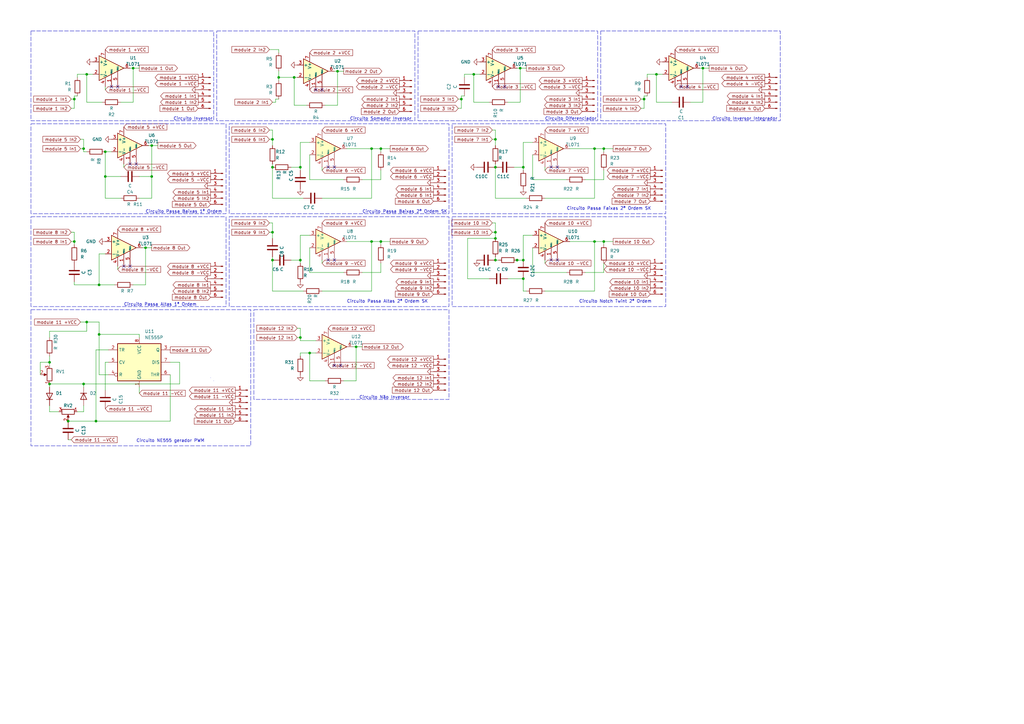
<source format=kicad_sch>
(kicad_sch (version 20230121) (generator eeschema)
  (paper "A3")
  (lib_symbols
    (symbol "Amplifier_Operational:TL071" (pin_names (offset 0.127))
      (property "Reference" "U" (at 0 6.35 0))
      (property "Value" "TL071" (at 0 3.81 0))
      (symbol "TL071_1_1"
        (pin input line (at 0 -7.62 90) (length 5.08) (name "NULL") (number "1"))
        (pin input line (at -7.62 -2.54 0) (length 2.54) (name "-") (number "2"))
        (pin input line (at -7.62 2.54 0) (length 2.54) (name "+") (number "3"))
        (pin power_in line (at -2.54 -7.62 90) (length 3.81) (name "V-") (number "4"))
        (pin input line (at 2.54 -7.62 90) (length 6.35) (name "NULL") (number "5"))
        (pin output line (at 7.62 0 180) (length 2.54) (name "~") (number "6"))
        (pin power_in line (at -2.54 7.62 270) (length 3.81) (name "V+") (number "7"))
        (pin no_connect line (at 0 2.54 270) (length 2.54) hide (name "NC") (number "8"))
      )
    )
    (symbol "Connector:Conn_01x06_Pin" (pin_names (offset 1.016) hide)
      (property "Reference" "J" (at 0 7.62 0))
      (property "Value" "Conn_01x06_Pin" (at 0 -10.16 0))
      (symbol "Conn_01x06_Pin_1_1"
        (pin passive line (at 5.08 5.08 180) (length 3.81) (name "Pin_1") (number "1"))
        (pin passive line (at 5.08 2.54 180) (length 3.81) (name "Pin_2") (number "2"))
        (pin passive line (at 5.08 0 180) (length 3.81) (name "Pin_3") (number "3"))
        (pin passive line (at 5.08 -2.54 180) (length 3.81) (name "Pin_4") (number "4"))
        (pin passive line (at 5.08 -5.08 180) (length 3.81) (name "Pin_5") (number "5"))
        (pin passive line (at 5.08 -7.62 180) (length 3.81) (name "Pin_6") (number "6"))
      )
    )
    (symbol "Device:C" (pin_numbers hide) (pin_names (offset 0.254))
      (property "Reference" "C" (at 0.635 2.54 0))
      (property "Value" "C" (at 0.635 -2.54 0))
      (symbol "C_1_1"
        (pin passive line (at 0 3.81 270) (length 2.794) (name "~") (number "1"))
        (pin passive line (at 0 -3.81 90) (length 2.794) (name "~") (number "2"))
      )
    )
    (symbol "Device:R" (pin_numbers hide) (pin_names (offset 0))
      (property "Reference" "R" (at 2.032 0 90))
      (property "Value" "R" (at 0 0 90))
      (symbol "R_1_1"
        (pin passive line (at 0 3.81 270) (length 1.27) (name "~") (number "1"))
        (pin passive line (at 0 -3.81 90) (length 1.27) (name "~") (number "2"))
      )
    )
    (symbol "Device:R_Potentiometer" (pin_names (offset 1.016) hide)
      (property "Reference" "RV" (at -4.445 0 90))
      (property "Value" "R_Potentiometer" (at -2.54 0 90))
      (symbol "R_Potentiometer_1_1"
        (pin passive line (at 0 3.81 270) (length 1.27) (name "1") (number "1"))
        (pin passive line (at 3.81 0 180) (length 1.27) (name "2") (number "2"))
        (pin passive line (at 0 -3.81 90) (length 1.27) (name "3") (number "3"))
      )
    )
    (symbol "Diode:1N4007" (pin_numbers hide) (pin_names hide)
      (property "Reference" "D" (at 0 2.54 0))
      (property "Value" "1N4007" (at 0 -2.54 0))
      (symbol "1N4007_1_1"
        (pin passive line (at -3.81 0 0) (length 2.54) (name "K") (number "1"))
        (pin passive line (at 3.81 0 180) (length 2.54) (name "A") (number "2"))
      )
    )
    (symbol "Timer:NE555P"
      (property "Reference" "U" (at -10.16 8.89 0))
      (property "Value" "NE555P" (at 2.54 8.89 0))
      (symbol "NE555P_0_0"
        (pin power_in line (at 0 -10.16 90) (length 2.54) (name "GND") (number "1"))
        (pin power_in line (at 0 10.16 270) (length 2.54) (name "VCC") (number "8"))
      )
      (symbol "NE555P_1_1"
        (pin input line (at -12.7 5.08 0) (length 3.81) (name "TR") (number "2"))
        (pin output line (at 12.7 5.08 180) (length 3.81) (name "Q") (number "3"))
        (pin input inverted (at -12.7 -5.08 0) (length 3.81) (name "R") (number "4"))
        (pin input line (at -12.7 0 0) (length 3.81) (name "CV") (number "5"))
        (pin input line (at 12.7 -5.08 180) (length 3.81) (name "THR") (number "6"))
        (pin input line (at 12.7 0 180) (length 3.81) (name "DIS") (number "7"))
      )
    )
    (symbol "power:GND" (power) (pin_names (offset 0))
      (property "Value" "GND" (at 0 -3.81 0))
      (symbol "GND_1_1"
        (pin power_in line (at 0 0 270) (length 0) hide (name "GND") (number "1"))
      )
    )
  )
  (junction (at 111.76 57.15))
  (junction (at 214.63 114.3))
  (junction (at 40.64 137.16))
  (junction (at 243.84 99.06))
  (junction (at 152.4 60.96))
  (junction (at 111.76 68.58))
  (junction (at 288.29 27.94))
  (junction (at 62.23 72.39))
  (junction (at 43.18 62.23))
  (junction (at 203.2 97.79))
  (junction (at 127 144.78))
  (junction (at 203.2 68.58))
  (junction (at 152.4 99.06))
  (junction (at 34.29 60.96))
  (junction (at 120.65 31.75))
  (junction (at 269.24 30.48))
  (junction (at 30.48 40.64))
  (junction (at 114.3 31.75))
  (junction (at 203.2 106.68))
  (junction (at 54.61 27.94))
  (junction (at 35.56 132.08))
  (junction (at 123.19 106.68))
  (junction (at 62.23 59.69))
  (junction (at 203.2 95.25))
  (junction (at 20.32 157.48))
  (junction (at 111.76 95.25))
  (junction (at 214.63 68.58))
  (junction (at 247.65 60.96))
  (junction (at 156.21 60.96))
  (junction (at 35.56 30.48))
  (junction (at 214.63 106.68))
  (junction (at 59.69 101.6))
  (junction (at 212.09 106.68))
  (junction (at 138.43 29.21))
  (junction (at 146.05 142.24))
  (junction (at 194.31 30.48))
  (junction (at 27.94 172.72))
  (junction (at 111.76 106.68))
  (junction (at 123.19 138.43))
  (junction (at 39.37 172.72))
  (junction (at 243.84 60.96))
  (junction (at 40.64 116.84))
  (junction (at 43.18 72.39))
  (junction (at 189.23 40.64))
  (junction (at 213.36 27.94))
  (junction (at 30.48 99.06))
  (junction (at 20.32 148.59))
  (junction (at 123.19 68.58))
  (junction (at 34.29 157.48))
  (junction (at 156.21 99.06))
  (junction (at 203.2 57.15))
  (junction (at 247.65 99.06))
  (junction (at 264.16 40.64))
  (no_connect (at 55.88 67.31))
  (no_connect (at 228.6 68.58))
  (no_connect (at 132.08 36.83))
  (no_connect (at 137.16 106.68))
  (no_connect (at 226.06 68.58))
  (no_connect (at 281.94 35.56))
  (no_connect (at 129.54 36.83))
  (no_connect (at 228.6 106.68))
  (no_connect (at 134.62 68.58))
  (no_connect (at 226.06 106.68))
  (no_connect (at 204.47 35.56))
  (no_connect (at 137.16 149.86))
  (no_connect (at 48.26 35.56))
  (no_connect (at 53.34 109.22))
  (no_connect (at 207.01 35.56))
  (no_connect (at 45.72 35.56))
  (no_connect (at 137.16 68.58))
  (no_connect (at 50.8 109.22))
  (no_connect (at 139.7 149.86))
  (no_connect (at 279.4 35.56))
  (no_connect (at 134.62 106.68))
  (no_connect (at 53.34 67.31))
  (wire (pts (xy 20.32 148.59) (xy 20.32 149.86)))
  (wire (pts (xy 288.29 27.94) (xy 290.83 27.94)))
  (wire (pts (xy 213.36 27.94) (xy 212.09 27.94)))
  (wire (pts (xy 152.4 99.06) (xy 156.21 99.06)))
  (wire (pts (xy 73.66 148.59) (xy 73.66 157.48)))
  (wire (pts (xy 33.02 57.15) (xy 34.29 57.15)))
  (wire (pts (xy 203.2 91.44) (xy 203.2 95.25)))
  (wire (pts (xy 40.64 132.08) (xy 40.64 137.16)))
  (wire (pts (xy 247.65 111.76) (xy 247.65 107.95)))
  (wire (pts (xy 111.76 53.34) (xy 111.76 57.15)))
  (wire (pts (xy 203.2 81.28) (xy 215.9 81.28)))
  (wire (pts (xy 43.18 62.23) (xy 43.18 72.39)))
  (wire (pts (xy 114.3 21.59) (xy 114.3 20.32)))
  (wire (pts (xy 232.41 73.66) (xy 218.44 73.66)))
  (wire (pts (xy 132.08 81.28) (xy 152.4 81.28)))
  (wire (pts (xy 189.23 39.37) (xy 189.23 40.64)))
  (wire (pts (xy 54.61 27.94) (xy 53.34 27.94)))
  (wire (pts (xy 203.2 68.58) (xy 203.2 81.28)))
  (wire (pts (xy 38.1 30.48) (xy 35.56 30.48)))
  (wire (pts (xy 265.43 31.75) (xy 265.43 30.48)))
  (wire (pts (xy 127 144.78) (xy 127 156.21)))
  (wire (pts (xy 140.97 73.66) (xy 127 73.66)))
  (wire (pts (xy 123.19 134.62) (xy 123.19 138.43)))
  (wire (pts (xy 123.19 139.7) (xy 129.54 139.7)))
  (wire (pts (xy 262.89 40.64) (xy 264.16 40.64)))
  (wire (pts (xy 212.09 106.68) (xy 214.63 106.68)))
  (wire (pts (xy 20.32 146.05) (xy 20.32 148.59)))
  (wire (pts (xy 203.2 53.34) (xy 203.2 57.15)))
  (wire (pts (xy 214.63 114.3) (xy 214.63 119.38)))
  (wire (pts (xy 142.24 99.06) (xy 152.4 99.06)))
  (wire (pts (xy 214.63 96.52) (xy 218.44 96.52)))
  (wire (pts (xy 223.52 107.95) (xy 223.52 106.68)))
  (wire (pts (xy 54.61 27.94) (xy 57.15 27.94)))
  (wire (pts (xy 223.52 69.85) (xy 223.52 68.58)))
  (wire (pts (xy 264.16 39.37) (xy 264.16 40.64)))
  (wire (pts (xy 223.52 119.38) (xy 243.84 119.38)))
  (wire (pts (xy 240.03 73.66) (xy 247.65 73.66)))
  (wire (pts (xy 30.48 44.45) (xy 30.48 40.64)))
  (wire (pts (xy 45.72 62.23) (xy 43.18 62.23)))
  (wire (pts (xy 148.59 111.76) (xy 156.21 111.76)))
  (wire (pts (xy 114.3 31.75) (xy 120.65 31.75)))
  (wire (pts (xy 59.69 101.6) (xy 62.23 101.6)))
  (wire (pts (xy 30.48 116.84) (xy 40.64 116.84)))
  (wire (pts (xy 111.76 68.58) (xy 111.76 81.28)))
  (wire (pts (xy 35.56 30.48) (xy 35.56 41.91)))
  (wire (pts (xy 57.15 81.28) (xy 62.23 81.28)))
  (wire (pts (xy 214.63 96.52) (xy 214.63 106.68)))
  (wire (pts (xy 35.56 41.91) (xy 41.91 41.91)))
  (wire (pts (xy 29.21 180.34) (xy 27.94 180.34)))
  (wire (pts (xy 62.23 72.39) (xy 62.23 81.28)))
  (wire (pts (xy 31.75 168.91) (xy 34.29 168.91)))
  (wire (pts (xy 142.24 60.96) (xy 152.4 60.96)))
  (wire (pts (xy 247.65 99.06) (xy 247.65 100.33)))
  (wire (pts (xy 30.48 99.06) (xy 30.48 100.33)))
  (wire (pts (xy 218.44 73.66) (xy 218.44 63.5)))
  (wire (pts (xy 43.18 81.28) (xy 49.53 81.28)))
  (wire (pts (xy 288.29 27.94) (xy 287.02 27.94)))
  (wire (pts (xy 190.5 30.48) (xy 194.31 30.48)))
  (wire (pts (xy 123.19 106.68) (xy 123.19 107.95)))
  (wire (pts (xy 30.48 39.37) (xy 31.75 39.37)))
  (wire (pts (xy 123.19 146.05) (xy 123.19 144.78)))
  (wire (pts (xy 43.18 72.39) (xy 43.18 81.28)))
  (wire (pts (xy 138.43 29.21) (xy 140.97 29.21)))
  (wire (pts (xy 111.76 105.41) (xy 111.76 106.68)))
  (wire (pts (xy 62.23 72.39) (xy 62.23 59.69)))
  (wire (pts (xy 233.68 60.96) (xy 243.84 60.96)))
  (wire (pts (xy 146.05 142.24) (xy 148.59 142.24)))
  (wire (pts (xy 48.26 110.49) (xy 48.26 109.22)))
  (wire (pts (xy 201.93 95.25) (xy 203.2 95.25)))
  (wire (pts (xy 111.76 95.25) (xy 111.76 97.79)))
  (wire (pts (xy 194.31 41.91) (xy 200.66 41.91)))
  (wire (pts (xy 121.92 138.43) (xy 123.19 138.43)))
  (wire (pts (xy 35.56 135.89) (xy 20.32 135.89)))
  (wire (pts (xy 194.31 30.48) (xy 194.31 41.91)))
  (wire (pts (xy 57.15 161.29) (xy 57.15 158.75)))
  (wire (pts (xy 59.69 101.6) (xy 58.42 101.6)))
  (wire (pts (xy 156.21 99.06) (xy 160.02 99.06)))
  (wire (pts (xy 201.93 91.44) (xy 203.2 91.44)))
  (wire (pts (xy 110.49 20.32) (xy 114.3 20.32)))
  (wire (pts (xy 215.9 119.38) (xy 214.63 119.38)))
  (wire (pts (xy 27.94 172.72) (xy 39.37 172.72)))
  (wire (pts (xy 111.76 41.91) (xy 113.03 41.91)))
  (wire (pts (xy 191.77 97.79) (xy 203.2 97.79)))
  (wire (pts (xy 40.64 137.16) (xy 40.64 153.67)))
  (wire (pts (xy 127 73.66) (xy 127 63.5)))
  (wire (pts (xy 213.36 27.94) (xy 215.9 27.94)))
  (wire (pts (xy 138.43 43.18) (xy 138.43 29.21)))
  (wire (pts (xy 283.21 41.91) (xy 288.29 41.91)))
  (wire (pts (xy 208.28 114.3) (xy 214.63 114.3)))
  (wire (pts (xy 34.29 62.23) (xy 34.29 60.96)))
  (wire (pts (xy 31.75 30.48) (xy 35.56 30.48)))
  (wire (pts (xy 16.51 153.67) (xy 16.51 148.59)))
  (wire (pts (xy 152.4 60.96) (xy 152.4 81.28)))
  (wire (pts (xy 69.85 153.67) (xy 69.85 172.72)))
  (wire (pts (xy 29.21 99.06) (xy 30.48 99.06)))
  (wire (pts (xy 146.05 142.24) (xy 144.78 142.24)))
  (wire (pts (xy 123.19 58.42) (xy 127 58.42)))
  (wire (pts (xy 110.49 53.34) (xy 111.76 53.34)))
  (wire (pts (xy 232.41 111.76) (xy 218.44 111.76)))
  (wire (pts (xy 240.03 111.76) (xy 247.65 111.76)))
  (wire (pts (xy 190.5 31.75) (xy 190.5 30.48)))
  (wire (pts (xy 156.21 60.96) (xy 160.02 60.96)))
  (wire (pts (xy 127 111.76) (xy 127 101.6)))
  (wire (pts (xy 43.18 104.14) (xy 40.64 104.14)))
  (wire (pts (xy 30.48 39.37) (xy 30.48 40.64)))
  (wire (pts (xy 31.75 31.75) (xy 31.75 30.48)))
  (wire (pts (xy 123.19 68.58) (xy 123.19 58.42)))
  (wire (pts (xy 59.69 101.6) (xy 59.69 116.84)))
  (wire (pts (xy 24.13 168.91) (xy 20.32 168.91)))
  (wire (pts (xy 247.65 73.66) (xy 247.65 69.85)))
  (wire (pts (xy 114.3 33.02) (xy 114.3 31.75)))
  (wire (pts (xy 33.02 60.96) (xy 34.29 60.96)))
  (wire (pts (xy 140.97 111.76) (xy 127 111.76)))
  (wire (pts (xy 110.49 91.44) (xy 111.76 91.44)))
  (wire (pts (xy 44.45 148.59) (xy 43.18 148.59)))
  (wire (pts (xy 20.32 157.48) (xy 20.32 158.75)))
  (wire (pts (xy 113.03 40.64) (xy 113.03 41.91)))
  (wire (pts (xy 35.56 132.08) (xy 40.64 132.08)))
  (wire (pts (xy 196.85 30.48) (xy 194.31 30.48)))
  (wire (pts (xy 120.65 31.75) (xy 120.65 43.18)))
  (wire (pts (xy 16.51 148.59) (xy 20.32 148.59)))
  (wire (pts (xy 189.23 39.37) (xy 190.5 39.37)))
  (wire (pts (xy 233.68 99.06) (xy 243.84 99.06)))
  (wire (pts (xy 203.2 105.41) (xy 203.2 106.68)))
  (wire (pts (xy 62.23 59.69) (xy 60.96 59.69)))
  (wire (pts (xy 54.61 116.84) (xy 59.69 116.84)))
  (wire (pts (xy 269.24 30.48) (xy 269.24 41.91)))
  (wire (pts (xy 34.29 157.48) (xy 34.29 158.75)))
  (wire (pts (xy 57.15 138.43) (xy 57.15 137.16)))
  (wire (pts (xy 152.4 60.96) (xy 156.21 60.96)))
  (wire (pts (xy 191.77 114.3) (xy 200.66 114.3)))
  (wire (pts (xy 132.08 119.38) (xy 152.4 119.38)))
  (wire (pts (xy 40.64 104.14) (xy 40.64 116.84)))
  (wire (pts (xy 119.38 106.68) (xy 123.19 106.68)))
  (wire (pts (xy 133.35 43.18) (xy 138.43 43.18)))
  (wire (pts (xy 187.96 44.45) (xy 189.23 44.45)))
  (wire (pts (xy 123.19 96.52) (xy 127 96.52)))
  (wire (pts (xy 218.44 111.76) (xy 218.44 101.6)))
  (wire (pts (xy 213.36 41.91) (xy 213.36 27.94)))
  (wire (pts (xy 20.32 166.37) (xy 20.32 168.91)))
  (wire (pts (xy 146.05 156.21) (xy 146.05 142.24)))
  (wire (pts (xy 43.18 72.39) (xy 49.53 72.39)))
  (wire (pts (xy 44.45 153.67) (xy 40.64 153.67)))
  (wire (pts (xy 29.21 44.45) (xy 30.48 44.45)))
  (wire (pts (xy 132.08 107.95) (xy 132.08 106.68)))
  (wire (pts (xy 111.76 91.44) (xy 111.76 95.25)))
  (wire (pts (xy 121.92 134.62) (xy 123.19 134.62)))
  (wire (pts (xy 35.56 132.08) (xy 35.56 135.89)))
  (wire (pts (xy 29.21 40.64) (xy 30.48 40.64)))
  (wire (pts (xy 39.37 143.51) (xy 44.45 143.51)))
  (wire (pts (xy 43.18 148.59) (xy 43.18 160.02)))
  (wire (pts (xy 243.84 99.06) (xy 247.65 99.06)))
  (wire (pts (xy 40.64 116.84) (xy 46.99 116.84)))
  (wire (pts (xy 39.37 172.72) (xy 39.37 143.51)))
  (wire (pts (xy 123.19 106.68) (xy 123.19 96.52)))
  (wire (pts (xy 20.32 157.48) (xy 34.29 157.48)))
  (wire (pts (xy 243.84 60.96) (xy 247.65 60.96)))
  (wire (pts (xy 114.3 29.21) (xy 114.3 31.75)))
  (wire (pts (xy 243.84 60.96) (xy 243.84 81.28)))
  (wire (pts (xy 69.85 148.59) (xy 73.66 148.59)))
  (wire (pts (xy 264.16 39.37) (xy 265.43 39.37)))
  (wire (pts (xy 111.76 119.38) (xy 124.46 119.38)))
  (wire (pts (xy 123.19 139.7) (xy 123.19 138.43)))
  (wire (pts (xy 120.65 31.75) (xy 121.92 31.75)))
  (wire (pts (xy 156.21 99.06) (xy 156.21 100.33)))
  (wire (pts (xy 54.61 41.91) (xy 54.61 27.94)))
  (wire (pts (xy 247.65 60.96) (xy 247.65 62.23)))
  (wire (pts (xy 119.38 68.58) (xy 123.19 68.58)))
  (wire (pts (xy 214.63 68.58) (xy 214.63 58.42)))
  (wire (pts (xy 110.49 57.15) (xy 111.76 57.15)))
  (wire (pts (xy 156.21 60.96) (xy 156.21 62.23)))
  (wire (pts (xy 30.48 95.25) (xy 30.48 99.06)))
  (wire (pts (xy 265.43 30.48) (xy 269.24 30.48)))
  (wire (pts (xy 210.82 68.58) (xy 214.63 68.58)))
  (wire (pts (xy 203.2 106.68) (xy 204.47 106.68)))
  (wire (pts (xy 223.52 81.28) (xy 243.84 81.28)))
  (wire (pts (xy 62.23 59.69) (xy 64.77 59.69)))
  (wire (pts (xy 271.78 30.48) (xy 269.24 30.48)))
  (wire (pts (xy 43.18 36.83) (xy 43.18 35.56)))
  (wire (pts (xy 138.43 29.21) (xy 137.16 29.21)))
  (wire (pts (xy 34.29 166.37) (xy 34.29 168.91)))
  (wire (pts (xy 189.23 44.45) (xy 189.23 40.64)))
  (wire (pts (xy 20.32 135.89) (xy 20.32 138.43)))
  (wire (pts (xy 152.4 99.06) (xy 152.4 119.38)))
  (wire (pts (xy 50.8 68.58) (xy 50.8 67.31)))
  (wire (pts (xy 123.19 144.78) (xy 127 144.78)))
  (wire (pts (xy 247.65 99.06) (xy 251.46 99.06)))
  (wire (pts (xy 187.96 40.64) (xy 189.23 40.64)))
  (wire (pts (xy 203.2 67.31) (xy 203.2 68.58)))
  (wire (pts (xy 49.53 41.91) (xy 54.61 41.91)))
  (wire (pts (xy 140.97 156.21) (xy 146.05 156.21)))
  (wire (pts (xy 214.63 58.42) (xy 218.44 58.42)))
  (wire (pts (xy 269.24 41.91) (xy 275.59 41.91)))
  (wire (pts (xy 125.73 43.18) (xy 120.65 43.18)))
  (wire (pts (xy 243.84 99.06) (xy 243.84 119.38)))
  (wire (pts (xy 203.2 57.15) (xy 203.2 59.69)))
  (wire (pts (xy 111.76 106.68) (xy 111.76 119.38)))
  (wire (pts (xy 34.29 157.48) (xy 73.66 157.48)))
  (wire (pts (xy 210.82 106.68) (xy 212.09 106.68)))
  (wire (pts (xy 129.54 144.78) (xy 127 144.78)))
  (wire (pts (xy 111.76 57.15) (xy 111.76 59.69)))
  (wire (pts (xy 264.16 44.45) (xy 264.16 40.64)))
  (wire (pts (xy 148.59 73.66) (xy 156.21 73.66)))
  (wire (pts (xy 201.93 53.34) (xy 203.2 53.34)))
  (wire (pts (xy 57.15 137.16) (xy 40.64 137.16)))
  (wire (pts (xy 127 156.21) (xy 133.35 156.21)))
  (wire (pts (xy 34.29 62.23) (xy 35.56 62.23)))
  (wire (pts (xy 113.03 40.64) (xy 114.3 40.64)))
  (wire (pts (xy 111.76 67.31) (xy 111.76 68.58)))
  (wire (pts (xy 208.28 41.91) (xy 213.36 41.91)))
  (wire (pts (xy 29.21 95.25) (xy 30.48 95.25)))
  (wire (pts (xy 123.19 68.58) (xy 123.19 69.85)))
  (wire (pts (xy 39.37 172.72) (xy 69.85 172.72)))
  (wire (pts (xy 33.02 132.08) (xy 35.56 132.08)))
  (wire (pts (xy 203.2 95.25) (xy 203.2 97.79)))
  (wire (pts (xy 288.29 41.91) (xy 288.29 27.94)))
  (wire (pts (xy 57.15 72.39) (xy 62.23 72.39)))
  (wire (pts (xy 191.77 97.79) (xy 191.77 114.3)))
  (wire (pts (xy 156.21 73.66) (xy 156.21 69.85)))
  (wire (pts (xy 247.65 60.96) (xy 251.46 60.96)))
  (wire (pts (xy 111.76 81.28) (xy 124.46 81.28)))
  (wire (pts (xy 34.29 57.15) (xy 34.29 60.96)))
  (wire (pts (xy 30.48 115.57) (xy 30.48 116.84)))
  (wire (pts (xy 110.49 95.25) (xy 111.76 95.25)))
  (wire (pts (xy 214.63 68.58) (xy 214.63 69.85)))
  (wire (pts (xy 132.08 69.85) (xy 132.08 68.58)))
  (wire (pts (xy 201.93 57.15) (xy 203.2 57.15)))
  (wire (pts (xy 262.89 44.45) (xy 264.16 44.45)))
  (wire (pts (xy 156.21 111.76) (xy 156.21 107.95)))
  (rectangle (start 104.14 127) (end 184.15 163.83) (stroke (width 0) (type dash)))
  (rectangle (start 88.9 12.7) (end 170.18 49.53) (stroke (width 0) (type dash)))
  (rectangle (start 86.36 154.94) (end 86.36 154.94))
  (rectangle (start 246.38 12.7) (end 320.04 49.53) (stroke (width 0) (type dash)))
  (rectangle (start 12.7 50.8) (end 92.71 87.63) (stroke (width 0) (type dash)))
  (rectangle (start 185.42 88.9) (end 273.05 125.73) (stroke (width 0) (type dash)))
  (rectangle (start 93.98 50.8) (end 184.15 87.63) (stroke (width 0) (type dash)))
  (rectangle (start 87.63 156.21) (end 87.63 156.21))
  (rectangle (start 93.98 88.9) (end 184.15 125.73) (stroke (width 0) (type dash)))
  (rectangle (start 12.7 12.7) (end 87.63 49.53) (stroke (width 0) (type dash)))
  (rectangle (start 12.7 88.9) (end 92.71 125.73) (stroke (width 0) (type dash)))
  (rectangle (start 12.7 127) (end 102.87 182.88) (stroke (width 0) (type dash)))
  (rectangle (start 185.42 50.8) (end 273.05 87.63) (stroke (width 0) (type dash)))
  (rectangle (start 171.45 12.7) (end 245.11 49.53) (stroke (width 0) (type dash)))
  (text "Circuito Passa Baixas 1ª Ordem\n" (at 59.69 87.63 0) (effects (font (size 1.27 1.27)) (justify left bottom)))
  (text "Circuito Diferenciador" (at 223.52 49.53 0) (effects (font (size 1.27 1.27)) (justify left bottom)))
  (text "Circuito NE555 gerador PWM\n" (at 55.88 181.61 0) (effects (font (size 1.27 1.27)) (justify left bottom)))
  (text "Circuito Passa Baixas 2ª Ordem SK" (at 148.59 87.63 0) (effects (font (size 1.27 1.27)) (justify left bottom)))
  (text "Circuito Não Inversor" (at 147.32 163.83 0) (effects (font (size 1.27 1.27)) (justify left bottom)))
  (text "Circuito Inversor" (at 71.12 49.53 0) (effects (font (size 1.27 1.27)) (justify left bottom)))
  (text "Circuito Notch Twint 2ª Ordem" (at 237.49 124.46 0) (effects (font (size 1.27 1.27)) (justify left bottom)))
  (text "Circuito Somador Inversor" (at 143.51 49.53 0) (effects (font (size 1.27 1.27)) (justify left bottom)))
  (text "Circuito Passa Altas 1ª Ordem\n" (at 50.8 125.73 0) (effects (font (size 1.27 1.27)) (justify left bottom)))
  (text "Circuito Passa Altas 2ª Ordem SK" (at 142.24 124.46 0) (effects (font (size 1.27 1.27)) (justify left bottom)))
  (text "Circuito Passa Faixas 2ª Ordem SK" (at 232.41 86.36 0) (effects (font (size 1.27 1.27)) (justify left bottom)))
  (text "Circuito Inversor Integrador\n" (at 292.1 49.53 0) (effects (font (size 1.27 1.27)) (justify left bottom)))
  (global_label "module 7 +VCC" (shape output) (at 266.7 69.85 180) (property "Intersheetrefs" "${INTERSHEET_REFS}" (effects hide)))
  (global_label "module 12 In1" (shape output) (at 177.8 154.94 180) (property "Intersheetrefs" "${INTERSHEET_REFS}" (effects hide)))
  (global_label "module 1 In1" (shape output) (at 81.28 39.37 180) (property "Intersheetrefs" "${INTERSHEET_REFS}" (effects hide)))
  (global_label "module 7 Out" (shape input) (at 266.7 82.55 180) (property "Intersheetrefs" "${INTERSHEET_REFS}" (effects hide)))
  (global_label "module 6 Out" (shape output) (at 160.02 60.96 0) (property "Intersheetrefs" "${INTERSHEET_REFS}" (effects hide)))
  (global_label "module 8 -VCC" (shape input) (at 48.26 110.49 0) (property "Intersheetrefs" "${INTERSHEET_REFS}" (effects hide)))
  (global_label "module 3 Out" (shape input) (at 238.76 45.72 180) (property "Intersheetrefs" "${INTERSHEET_REFS}" (effects hide)))
  (global_label "module 12 Out" (shape output) (at 148.59 142.24 0) (property "Intersheetrefs" "${INTERSHEET_REFS}" (effects hide)))
  (global_label "module 6 +VCC" (shape input) (at 132.08 53.34 0) (property "Intersheetrefs" "${INTERSHEET_REFS}" (effects hide)))
  (global_label "module 3 -VCC" (shape output) (at 238.76 35.56 180) (property "Intersheetrefs" "${INTERSHEET_REFS}" (effects hide)))
  (global_label "module 1 -VCC" (shape input) (at 43.18 36.83 0) (property "Intersheetrefs" "${INTERSHEET_REFS}" (effects hide)))
  (global_label "module 5 In2" (shape output) (at 86.36 81.28 180) (property "Intersheetrefs" "${INTERSHEET_REFS}" (effects hide)))
  (global_label "module 6 -VCC" (shape output) (at 177.8 72.39 180) (property "Intersheetrefs" "${INTERSHEET_REFS}" (effects hide)))
  (global_label "module 10 +VCC" (shape output) (at 266.7 107.95 180) (property "Intersheetrefs" "${INTERSHEET_REFS}" (effects hide)))
  (global_label "module 7 In1" (shape input) (at 201.93 57.15 180) (property "Intersheetrefs" "${INTERSHEET_REFS}" (effects hide)))
  (global_label "module 12 -VCC" (shape output) (at 177.8 149.86 180) (property "Intersheetrefs" "${INTERSHEET_REFS}" (effects hide)))
  (global_label "module 10 In2" (shape output) (at 266.7 118.11 180) (property "Intersheetrefs" "${INTERSHEET_REFS}" (effects hide)))
  (global_label "module 7 In1" (shape output) (at 266.7 77.47 180) (property "Intersheetrefs" "${INTERSHEET_REFS}" (effects hide)))
  (global_label "module 1 +VCC" (shape output) (at 81.28 31.75 180) (property "Intersheetrefs" "${INTERSHEET_REFS}" (effects hide)))
  (global_label "module 4 +VCC" (shape output) (at 313.69 31.75 180) (property "Intersheetrefs" "${INTERSHEET_REFS}" (effects hide)))
  (global_label "module 6 In1" (shape input) (at 110.49 57.15 180) (property "Intersheetrefs" "${INTERSHEET_REFS}" (effects hide)))
  (global_label "module 2 In1" (shape output) (at 163.83 40.64 180) (property "Intersheetrefs" "${INTERSHEET_REFS}" (effects hide)))
  (global_label "module 11 In1" (shape output) (at 96.52 167.64 180) (property "Intersheetrefs" "${INTERSHEET_REFS}" (effects hide)))
  (global_label "module 2 Out" (shape input) (at 163.83 45.72 180) (property "Intersheetrefs" "${INTERSHEET_REFS}" (effects hide)))
  (global_label "module 5 +VCC" (shape output) (at 86.36 71.12 180) (property "Intersheetrefs" "${INTERSHEET_REFS}" (effects hide)))
  (global_label "module 10 In1" (shape output) (at 266.7 115.57 180) (property "Intersheetrefs" "${INTERSHEET_REFS}" (effects hide)))
  (global_label "module 9 -VCC" (shape input) (at 132.08 107.95 0) (property "Intersheetrefs" "${INTERSHEET_REFS}" (effects hide)))
  (global_label "module 7 -VCC" (shape output) (at 266.7 72.39 180) (property "Intersheetrefs" "${INTERSHEET_REFS}" (effects hide)))
  (global_label "module 3 In1" (shape input) (at 187.96 40.64 180) (property "Intersheetrefs" "${INTERSHEET_REFS}" (effects hide)))
  (global_label "module 12 In1" (shape input) (at 121.92 138.43 180) (property "Intersheetrefs" "${INTERSHEET_REFS}" (effects hide)))
  (global_label "module 1 In2" (shape input) (at 29.21 44.45 180) (property "Intersheetrefs" "${INTERSHEET_REFS}" (effects hide)))
  (global_label "module 6 -VCC" (shape input) (at 132.08 69.85 0) (property "Intersheetrefs" "${INTERSHEET_REFS}" (effects hide)))
  (global_label "module 5 Out" (shape output) (at 64.77 59.69 0) (property "Intersheetrefs" "${INTERSHEET_REFS}" (effects hide)))
  (global_label "module 9 +VCC" (shape output) (at 177.8 107.95 180) (property "Intersheetrefs" "${INTERSHEET_REFS}" (effects hide)))
  (global_label "module 9 Out" (shape output) (at 160.02 99.06 0) (property "Intersheetrefs" "${INTERSHEET_REFS}" (effects hide)))
  (global_label "module 4 -VCC" (shape input) (at 276.86 35.56 0) (property "Intersheetrefs" "${INTERSHEET_REFS}" (effects hide)))
  (global_label "module 5 In2" (shape input) (at 33.02 57.15 180) (property "Intersheetrefs" "${INTERSHEET_REFS}" (effects hide)))
  (global_label "module 4 Out" (shape output) (at 290.83 27.94 0) (property "Intersheetrefs" "${INTERSHEET_REFS}" (effects hide)))
  (global_label "module 4 In2" (shape input) (at 262.89 44.45 180) (property "Intersheetrefs" "${INTERSHEET_REFS}" (effects hide)))
  (global_label "module 5 -VCC" (shape output) (at 86.36 73.66 180) (property "Intersheetrefs" "${INTERSHEET_REFS}" (effects hide)))
  (global_label "module 11 -VCC" (shape input) (at 29.21 180.34 0) (property "Intersheetrefs" "${INTERSHEET_REFS}" (effects hide)))
  (global_label "module 2 +VCC" (shape output) (at 163.83 33.02 180) (property "Intersheetrefs" "${INTERSHEET_REFS}" (effects hide)))
  (global_label "module 3 -VCC" (shape input) (at 201.93 35.56 0) (property "Intersheetrefs" "${INTERSHEET_REFS}" (effects hide)))
  (global_label "module 11 +VCC" (shape input) (at 33.02 132.08 180) (property "Intersheetrefs" "${INTERSHEET_REFS}" (effects hide)))
  (global_label "module 2 +VCC" (shape input) (at 127 21.59 0) (property "Intersheetrefs" "${INTERSHEET_REFS}" (effects hide)))
  (global_label "module 1 +VCC" (shape input) (at 43.18 20.32 0) (property "Intersheetrefs" "${INTERSHEET_REFS}" (effects hide)))
  (global_label "module 3 Out" (shape output) (at 215.9 27.94 0) (property "Intersheetrefs" "${INTERSHEET_REFS}" (effects hide)))
  (global_label "module 7 +VCC" (shape input) (at 223.52 53.34 0) (property "Intersheetrefs" "${INTERSHEET_REFS}" (effects hide)))
  (global_label "module 8 +VCC" (shape input) (at 48.26 93.98 0) (property "Intersheetrefs" "${INTERSHEET_REFS}" (effects hide)))
  (global_label "module 5 -VCC" (shape input) (at 50.8 68.58 0) (property "Intersheetrefs" "${INTERSHEET_REFS}" (effects hide)))
  (global_label "module 11 In2" (shape output) (at 96.52 170.18 180) (property "Intersheetrefs" "${INTERSHEET_REFS}" (effects hide)))
  (global_label "module 7 -VCC" (shape input) (at 223.52 69.85 0) (property "Intersheetrefs" "${INTERSHEET_REFS}" (effects hide)))
  (global_label "module 5 In1" (shape output) (at 86.36 78.74 180) (property "Intersheetrefs" "${INTERSHEET_REFS}" (effects hide)))
  (global_label "module 10 In1" (shape input) (at 201.93 95.25 180) (property "Intersheetrefs" "${INTERSHEET_REFS}" (effects hide)))
  (global_label "module 8 In2" (shape output) (at 86.36 119.38 180) (property "Intersheetrefs" "${INTERSHEET_REFS}" (effects hide)))
  (global_label "module 4 In2" (shape output) (at 313.69 41.91 180) (property "Intersheetrefs" "${INTERSHEET_REFS}" (effects hide)))
  (global_label "module 8 In2" (shape input) (at 29.21 95.25 180) (property "Intersheetrefs" "${INTERSHEET_REFS}" (effects hide)))
  (global_label "module 12 Out" (shape input) (at 177.8 160.02 180) (property "Intersheetrefs" "${INTERSHEET_REFS}" (effects hide)))
  (global_label "module 6 Out" (shape input) (at 177.8 82.55 180) (property "Intersheetrefs" "${INTERSHEET_REFS}" (effects hide)))
  (global_label "module 2 -VCC" (shape input) (at 127 36.83 0) (property "Intersheetrefs" "${INTERSHEET_REFS}" (effects hide)))
  (global_label "module 10 Out" (shape input) (at 266.7 120.65 180) (property "Intersheetrefs" "${INTERSHEET_REFS}" (effects hide)))
  (global_label "module 3 In1" (shape output) (at 238.76 40.64 180) (property "Intersheetrefs" "${INTERSHEET_REFS}" (effects hide)))
  (global_label "module 5 Out" (shape input) (at 86.36 83.82 180) (property "Intersheetrefs" "${INTERSHEET_REFS}" (effects hide)))
  (global_label "module 11 Out" (shape input) (at 96.52 172.72 180) (property "Intersheetrefs" "${INTERSHEET_REFS}" (effects hide)))
  (global_label "module 7 In2" (shape input) (at 201.93 53.34 180) (property "Intersheetrefs" "${INTERSHEET_REFS}" (effects hide)))
  (global_label "module 12 In2" (shape input) (at 121.92 134.62 180) (property "Intersheetrefs" "${INTERSHEET_REFS}" (effects hide)))
  (global_label "module 2 Out" (shape output) (at 140.97 29.21 0) (property "Intersheetrefs" "${INTERSHEET_REFS}" (effects hide)))
  (global_label "module 9 Out" (shape input) (at 177.8 120.65 180) (property "Intersheetrefs" "${INTERSHEET_REFS}" (effects hide)))
  (global_label "module 1 Out" (shape input) (at 81.28 44.45 180) (property "Intersheetrefs" "${INTERSHEET_REFS}" (effects hide)))
  (global_label "module 7 In2" (shape output) (at 266.7 80.01 180) (property "Intersheetrefs" "${INTERSHEET_REFS}" (effects hide)))
  (global_label "module 8 -VCC" (shape output) (at 86.36 111.76 180) (property "Intersheetrefs" "${INTERSHEET_REFS}" (effects hide)))
  (global_label "module 8 In1" (shape output) (at 86.36 116.84 180) (property "Intersheetrefs" "${INTERSHEET_REFS}" (effects hide)))
  (global_label "module 6 In1" (shape output) (at 177.8 80.01 180) (property "Intersheetrefs" "${INTERSHEET_REFS}" (effects hide)))
  (global_label "module 10 In2" (shape input) (at 201.93 91.44 180) (property "Intersheetrefs" "${INTERSHEET_REFS}" (effects hide)))
  (global_label "module 8 +VCC" (shape output) (at 86.36 109.22 180) (property "Intersheetrefs" "${INTERSHEET_REFS}" (effects hide)))
  (global_label "module 6 In2" (shape input) (at 110.49 53.34 180) (property "Intersheetrefs" "${INTERSHEET_REFS}" (effects hide)))
  (global_label "module 9 In2" (shape output) (at 177.8 118.11 180) (property "Intersheetrefs" "${INTERSHEET_REFS}" (effects hide)))
  (global_label "module 11 Out" (shape output) (at 69.85 143.51 0) (property "Intersheetrefs" "${INTERSHEET_REFS}" (effects hide)))
  (global_label "module 11 -VCC" (shape input) (at 43.18 167.64 0) (property "Intersheetrefs" "${INTERSHEET_REFS}" (effects hide)))
  (global_label "module 2 In2" (shape input) (at 110.49 20.32 180) (property "Intersheetrefs" "${INTERSHEET_REFS}" (effects hide)))
  (global_label "module 1 Out" (shape output) (at 57.15 27.94 0) (property "Intersheetrefs" "${INTERSHEET_REFS}" (effects hide)))
  (global_label "module 12 In2" (shape output) (at 177.8 157.48 180) (property "Intersheetrefs" "${INTERSHEET_REFS}" (effects hide)))
  (global_label "module 10 +VCC" (shape input) (at 223.52 91.44 0) (property "Intersheetrefs" "${INTERSHEET_REFS}" (effects hide)))
  (global_label "module 12 -VCC" (shape input) (at 134.62 149.86 0) (property "Intersheetrefs" "${INTERSHEET_REFS}" (effects hide)))
  (global_label "module 6 In1" (shape output) (at 177.8 77.47 180) (property "Intersheetrefs" "${INTERSHEET_REFS}" (effects hide)))
  (global_label "module 3 +VCC" (shape output) (at 238.76 33.02 180) (property "Intersheetrefs" "${INTERSHEET_REFS}" (effects hide)))
  (global_label "module 8 Out" (shape output) (at 62.23 101.6 0) (property "Intersheetrefs" "${INTERSHEET_REFS}" (effects hide)))
  (global_label "module 11 +VCC" (shape output) (at 96.52 160.02 180) (property "Intersheetrefs" "${INTERSHEET_REFS}" (effects hide)))
  (global_label "module 12 +VCC" (shape input) (at 134.62 134.62 0) (property "Intersheetrefs" "${INTERSHEET_REFS}" (effects hide)))
  (global_label "module 2 In1" (shape input) (at 111.76 41.91 180) (property "Intersheetrefs" "${INTERSHEET_REFS}" (effects hide)))
  (global_label "module 4 In1" (shape input) (at 262.89 40.64 180) (property "Intersheetrefs" "${INTERSHEET_REFS}" (effects hide)))
  (global_label "module 1 In1" (shape input) (at 29.21 40.64 180) (property "Intersheetrefs" "${INTERSHEET_REFS}" (effects hide)))
  (global_label "module 3 +VCC" (shape input) (at 201.93 20.32 0) (property "Intersheetrefs" "${INTERSHEET_REFS}" (effects hide)))
  (global_label "module 5 In1" (shape input) (at 33.02 60.96 180) (property "Intersheetrefs" "${INTERSHEET_REFS}" (effects hide)))
  (global_label "module 12 +VCC" (shape output) (at 177.8 147.32 180) (property "Intersheetrefs" "${INTERSHEET_REFS}" (effects hide)))
  (global_label "module 9 -VCC" (shape output) (at 177.8 110.49 180) (property "Intersheetrefs" "${INTERSHEET_REFS}" (effects hide)))
  (global_label "module 3 In2" (shape input) (at 187.96 44.45 180) (property "Intersheetrefs" "${INTERSHEET_REFS}" (effects hide)))
  (global_label "module 11 -VCC" (shape output) (at 96.52 162.56 180) (property "Intersheetrefs" "${INTERSHEET_REFS}" (effects hide)))
  (global_label "module 1 -VCC" (shape output) (at 81.28 34.29 180) (property "Intersheetrefs" "${INTERSHEET_REFS}" (effects hide)))
  (global_label "module 9 In1" (shape output) (at 177.8 115.57 180) (property "Intersheetrefs" "${INTERSHEET_REFS}" (effects hide)))
  (global_label "module 10 -VCC" (shape output) (at 266.7 110.49 180) (property "Intersheetrefs" "${INTERSHEET_REFS}" (effects hide)))
  (global_label "module 7 Out" (shape output) (at 251.46 60.96 0) (property "Intersheetrefs" "${INTERSHEET_REFS}" (effects hide)))
  (global_label "module 8 Out" (shape input) (at 86.36 121.92 180) (property "Intersheetrefs" "${INTERSHEET_REFS}" (effects hide)))
  (global_label "module 8 In1" (shape input) (at 29.21 99.06 180) (property "Intersheetrefs" "${INTERSHEET_REFS}" (effects hide)))
  (global_label "module 9 In2" (shape input) (at 110.49 91.44 180) (property "Intersheetrefs" "${INTERSHEET_REFS}" (effects hide)))
  (global_label "module 3 In2" (shape output) (at 238.76 43.18 180) (property "Intersheetrefs" "${INTERSHEET_REFS}" (effects hide)))
  (global_label "module 4 -VCC" (shape output) (at 313.69 34.29 180) (property "Intersheetrefs" "${INTERSHEET_REFS}" (effects hide)))
  (global_label "module 1 In2" (shape output) (at 81.28 41.91 180) (property "Intersheetrefs" "${INTERSHEET_REFS}" (effects hide)))
  (global_label "module 9 +VCC" (shape input) (at 132.08 91.44 0) (property "Intersheetrefs" "${INTERSHEET_REFS}" (effects hide)))
  (global_label "module 2 -VCC" (shape output) (at 163.83 35.56 180) (property "Intersheetrefs" "${INTERSHEET_REFS}" (effects hide)))
  (global_label "module 5 +VCC" (shape input) (at 50.8 52.07 0) (property "Intersheetrefs" "${INTERSHEET_REFS}" (effects hide)))
  (global_label "module 10 Out" (shape output) (at 251.46 99.06 0) (property "Intersheetrefs" "${INTERSHEET_REFS}" (effects hide)))
  (global_label "module 4 +VCC" (shape input) (at 276.86 20.32 0) (property "Intersheetrefs" "${INTERSHEET_REFS}" (effects hide)))
  (global_label "module 9 In1" (shape input) (at 110.49 95.25 180) (property "Intersheetrefs" "${INTERSHEET_REFS}" (effects hide)))
  (global_label "module 11 -VCC" (shape input) (at 57.15 161.29 0) (property "Intersheetrefs" "${INTERSHEET_REFS}" (effects hide)))
  (global_label "module 4 Out" (shape input) (at 313.69 44.45 180) (property "Intersheetrefs" "${INTERSHEET_REFS}" (effects hide)))
  (global_label "module 10 -VCC" (shape input) (at 223.52 107.95 0) (property "Intersheetrefs" "${INTERSHEET_REFS}" (effects hide)))
  (global_label "module 2 In2" (shape output) (at 163.83 43.18 180) (property "Intersheetrefs" "${INTERSHEET_REFS}" (effects hide)))
  (global_label "module 6 +VCC" (shape output) (at 177.8 69.85 180) (property "Intersheetrefs" "${INTERSHEET_REFS}" (effects hide)))
  (global_label "module 4 In1" (shape output) (at 313.69 39.37 180) (property "Intersheetrefs" "${INTERSHEET_REFS}" (effects hide)))
  (symbol (lib_id "power:GND") (at 266.7 74.93 270) (unit 1)
    (property "Reference" "#PWR019" (effects hide))
    (property "Value" "GND" (effects hide))
  )
  (symbol (lib_id "power:GND") (at 86.36 76.2 270) (unit 1)
    (property "Reference" "#PWR017" (effects hide))
    (property "Value" "GND" (effects hide))
  )
  (symbol (lib_id "Device:C") (at 123.19 73.66 0) (unit 1)
    (property "Reference" "C5" (at 119.38 71.12 90))
    (property "Value" "C" (at 119.38 73.66 90))
  )
  (symbol (lib_id "Device:R") (at 208.28 106.68 270) (mirror x) (unit 1)
    (property "Reference" "R26" (at 209.55 102.87 90) (effects (justify left)))
    (property "Value" "R" (at 207.01 102.87 90) (effects (justify left)))
  )
  (symbol (lib_id "Connector:Conn_01x06_Pin") (at 182.88 152.4 0) (mirror y) (unit 1)
    (property "Reference" "J12" (effects hide))
    (property "Value" "Conn_01x06_Pin" (effects hide))
  )
  (symbol (lib_id "Device:C") (at 199.39 106.68 90) (unit 1)
    (property "Reference" "C14" (at 198.12 110.49 90))
    (property "Value" "C" (at 200.66 110.49 90))
  )
  (symbol (lib_id "Amplifier_Operational:TL071") (at 134.62 60.96 0) (unit 1)
    (property "Reference" "U7" (at 143.51 56.7691 0))
    (property "Value" "TL071" (at 143.51 59.3091 0))
    (property "Datasheet" "http://www.ti.com/lit/ds/symlink/tl071.pdf" (effects hide))
  )
  (symbol (lib_id "Connector:Conn_01x06_Pin") (at 243.84 38.1 0) (mirror y) (unit 1)
    (property "Reference" "J3" (effects hide))
    (property "Value" "Conn_01x06_Pin" (effects hide))
  )
  (symbol (lib_id "power:GND") (at 45.72 57.15 270) (unit 1)
    (property "Reference" "#PWR06" (effects hide))
    (property "Value" "GND" (at 41.91 57.15 90) (effects (justify right)))
  )
  (symbol (lib_id "Device:R") (at 156.21 66.04 0) (unit 1)
    (property "Reference" "R14" (at 158.75 64.77 0) (effects (justify left)))
    (property "Value" "R" (at 158.75 67.31 0) (effects (justify left)))
  )
  (symbol (lib_id "Device:C") (at 27.94 176.53 0) (unit 1)
    (property "Reference" "C13" (at 34.29 176.53 90))
    (property "Value" "C" (at 31.75 176.53 90))
  )
  (symbol (lib_id "Connector:Conn_01x06_Pin") (at 91.44 76.2 0) (mirror y) (unit 1)
    (property "Reference" "J5" (effects hide))
    (property "Value" "Conn_01x06_Pin" (effects hide))
  )
  (symbol (lib_id "power:GND") (at 43.18 99.06 270) (unit 1)
    (property "Reference" "#PWR03" (effects hide))
    (property "Value" "GND" (at 39.37 99.06 90) (effects (justify right)))
  )
  (symbol (lib_id "Device:R") (at 123.19 111.76 0) (unit 1)
    (property "Reference" "R16" (at 124.46 110.49 0) (effects (justify left)))
    (property "Value" "R" (at 124.46 113.03 0) (effects (justify left)))
  )
  (symbol (lib_id "power:GND") (at 195.58 68.58 270) (unit 1)
    (property "Reference" "#PWR010" (effects hide))
    (property "Value" "GND" (effects hide))
  )
  (symbol (lib_id "Device:R_Potentiometer") (at 27.94 168.91 270) (unit 1)
    (property "Reference" "RV2" (at 27.94 166.37 90))
    (property "Value" "R_Potentiometer" (effects hide))
  )
  (symbol (lib_id "Device:R") (at 45.72 41.91 270) (unit 1)
    (property "Reference" "R2" (at 45.72 46.99 90))
    (property "Value" "R" (at 45.72 44.45 90))
  )
  (symbol (lib_id "Device:R") (at 128.27 119.38 90) (mirror x) (unit 1)
    (property "Reference" "R20" (at 127 120.65 0) (effects (justify left)))
    (property "Value" "R" (at 129.54 120.65 0) (effects (justify left)))
  )
  (symbol (lib_id "Device:R") (at 53.34 81.28 270) (unit 1)
    (property "Reference" "R11" (at 54.61 83.82 90) (effects (justify left)))
    (property "Value" "R" (at 52.07 83.82 90) (effects (justify left)))
  )
  (symbol (lib_id "Device:C") (at 30.48 111.76 0) (unit 1)
    (property "Reference" "C3" (at 36.83 111.76 90))
    (property "Value" "C" (at 34.29 111.76 90))
  )
  (symbol (lib_id "Device:R") (at 156.21 104.14 0) (unit 1)
    (property "Reference" "R19" (at 158.75 102.87 0) (effects (justify left)))
    (property "Value" "R" (at 158.75 105.41 0) (effects (justify left)))
  )
  (symbol (lib_id "power:GND") (at 86.36 114.3 270) (unit 1)
    (property "Reference" "#PWR020" (effects hide))
    (property "Value" "GND" (effects hide))
  )
  (symbol (lib_id "Device:R") (at 137.16 156.21 270) (unit 1)
    (property "Reference" "R32" (at 137.16 161.29 90))
    (property "Value" "R" (at 137.16 158.75 90))
  )
  (symbol (lib_id "Device:R") (at 111.76 63.5 0) (unit 1)
    (property "Reference" "R12" (at 113.03 62.23 0) (effects (justify left)))
    (property "Value" "R" (at 113.03 64.77 0) (effects (justify left)))
  )
  (symbol (lib_id "power:GND") (at 121.92 26.67 270) (unit 1)
    (property "Reference" "#PWR02" (effects hide))
    (property "Value" "GND" (effects hide))
  )
  (symbol (lib_id "Device:R") (at 219.71 119.38 90) (mirror x) (unit 1)
    (property "Reference" "R27" (at 218.44 123.19 90) (effects (justify left)))
    (property "Value" "R" (at 220.98 123.19 90) (effects (justify left)))
  )
  (symbol (lib_id "Diode:1N4007") (at 34.29 162.56 270) (unit 1)
    (property "Reference" "D2" (at 36.83 161.29 90) (effects (justify left)))
    (property "Value" "1N4007" (effects hide))
    (property "Footprint" "Diode_THT:D_DO-41_SOD81_P10.16mm_Horizontal" (effects hide))
    (property "Datasheet" "http://www.vishay.com/docs/88503/1n4001.pdf" (effects hide))
    (property "Sim.Device" "D" (effects hide))
    (property "Sim.Pins" "1=K 2=A" (effects hide))
  )
  (symbol (lib_id "Device:R") (at 236.22 111.76 90) (mirror x) (unit 1)
    (property "Reference" "R28" (at 234.95 115.57 90) (effects (justify left)))
    (property "Value" "R" (at 237.49 115.57 90) (effects (justify left)))
  )
  (symbol (lib_id "Device:R") (at 214.63 73.66 0) (mirror x) (unit 1)
    (property "Reference" "R21" (at 218.44 74.93 90) (effects (justify left)))
    (property "Value" "R" (at 218.44 72.39 90) (effects (justify left)))
  )
  (symbol (lib_id "Device:R") (at 129.54 43.18 270) (unit 1)
    (property "Reference" "R4" (at 129.54 48.26 90))
    (property "Value" "R" (at 129.54 45.72 90))
  )
  (symbol (lib_id "power:GND") (at 214.63 77.47 0) (unit 1)
    (property "Reference" "#PWR09" (effects hide))
    (property "Value" "GND" (effects hide))
  )
  (symbol (lib_id "Connector:Conn_01x06_Pin") (at 168.91 38.1 0) (mirror y) (unit 1)
    (property "Reference" "J2" (effects hide))
    (property "Value" "Conn_01x06_Pin" (effects hide))
  )
  (symbol (lib_id "Device:R") (at 50.8 116.84 270) (unit 1)
    (property "Reference" "R7" (at 52.07 119.38 90) (effects (justify left)))
    (property "Value" "R" (at 49.53 119.38 90) (effects (justify left)))
  )
  (symbol (lib_id "Device:R") (at 114.3 25.4 0) (mirror y) (unit 1)
    (property "Reference" "R5" (at 111.76 24.13 0) (effects (justify left)))
    (property "Value" "R" (at 111.76 26.67 0) (effects (justify left)))
  )
  (symbol (lib_id "Device:R") (at 203.2 63.5 0) (unit 1)
    (property "Reference" "R17" (at 204.47 62.23 0) (effects (justify left)))
    (property "Value" "R" (at 204.47 64.77 0) (effects (justify left)))
  )
  (symbol (lib_id "Amplifier_Operational:TL071") (at 134.62 99.06 0) (unit 1)
    (property "Reference" "U8" (at 143.51 94.8691 0))
    (property "Value" "TL071" (at 143.51 97.4091 0))
    (property "Datasheet" "http://www.ti.com/lit/ds/symlink/tl071.pdf" (effects hide))
  )
  (symbol (lib_id "Amplifier_Operational:TL071") (at 137.16 142.24 0) (unit 1)
    (property "Reference" "U12" (at 146.05 138.0491 0))
    (property "Value" "TL071" (at 146.05 140.5891 0))
    (property "Datasheet" "http://www.ti.com/lit/ds/symlink/tl071.pdf" (effects hide))
  )
  (symbol (lib_id "Device:R") (at 265.43 35.56 0) (mirror y) (unit 1)
    (property "Reference" "R9" (at 262.89 34.29 0) (effects (justify left)))
    (property "Value" "R" (at 262.89 36.83 0) (effects (justify left)))
  )
  (symbol (lib_id "Amplifier_Operational:TL071") (at 226.06 60.96 0) (unit 1)
    (property "Reference" "U9" (at 234.95 56.7691 0))
    (property "Value" "TL071" (at 234.95 59.3091 0))
    (property "Datasheet" "http://www.ti.com/lit/ds/symlink/tl071.pdf" (effects hide))
  )
  (symbol (lib_id "Device:R") (at 203.2 101.6 0) (unit 1)
    (property "Reference" "R25" (at 204.47 100.33 0) (effects (justify left)))
    (property "Value" "R" (at 204.47 102.87 0) (effects (justify left)))
  )
  (symbol (lib_id "Device:C") (at 214.63 110.49 180) (unit 1)
    (property "Reference" "C12" (at 218.44 111.76 90))
    (property "Value" "C" (at 218.44 109.22 90))
  )
  (symbol (lib_id "Connector:Conn_01x06_Pin") (at 101.6 165.1 0) (mirror y) (unit 1)
    (property "Reference" "J11" (effects hide))
    (property "Value" "Conn_01x06_Pin" (effects hide))
  )
  (symbol (lib_id "Connector:Conn_01x06_Pin") (at 86.36 36.83 0) (mirror y) (unit 1)
    (property "Reference" "J1" (effects hide))
    (property "Value" "Conn_01x06_Pin" (effects hide))
  )
  (symbol (lib_id "power:GND") (at 195.58 106.68 0) (unit 1)
    (property "Reference" "#PWR011" (effects hide))
    (property "Value" "GND" (effects hide))
  )
  (symbol (lib_id "power:GND") (at 177.8 152.4 270) (unit 1)
    (property "Reference" "#PWR024" (effects hide))
    (property "Value" "GND" (effects hide))
  )
  (symbol (lib_id "Connector:Conn_01x06_Pin") (at 182.88 113.03 0) (mirror y) (unit 1)
    (property "Reference" "J9" (effects hide))
    (property "Value" "Conn_01x06_Pin" (effects hide))
  )
  (symbol (lib_id "Device:R") (at 39.37 62.23 270) (unit 1)
    (property "Reference" "R8" (at 40.64 64.77 0) (effects (justify left)))
    (property "Value" "R" (at 38.1 64.77 0) (effects (justify left)))
  )
  (symbol (lib_id "Amplifier_Operational:TL071") (at 279.4 27.94 0) (unit 1)
    (property "Reference" "U4" (at 288.29 23.7491 0))
    (property "Value" "TL071" (at 288.29 26.2891 0))
    (property "Datasheet" "http://www.ti.com/lit/ds/symlink/tl071.pdf" (effects hide))
  )
  (symbol (lib_id "power:GND") (at 238.76 38.1 270) (unit 1)
    (property "Reference" "#PWR015" (effects hide))
    (property "Value" "GND" (effects hide))
  )
  (symbol (lib_id "power:GND") (at 313.69 36.83 270) (unit 1)
    (property "Reference" "#PWR016" (effects hide))
    (property "Value" "GND" (effects hide))
  )
  (symbol (lib_id "Device:R") (at 123.19 149.86 0) (mirror y) (unit 1)
    (property "Reference" "R31" (at 120.65 148.59 0) (effects (justify left)))
    (property "Value" "R" (at 120.65 151.13 0) (effects (justify left)))
  )
  (symbol (lib_id "Connector:Conn_01x06_Pin") (at 271.78 74.93 0) (mirror y) (unit 1)
    (property "Reference" "J7" (effects hide))
    (property "Value" "Conn_01x06_Pin" (effects hide))
  )
  (symbol (lib_id "power:GND") (at 81.28 36.83 270) (unit 1)
    (property "Reference" "#PWR012" (effects hide))
    (property "Value" "GND" (effects hide))
  )
  (symbol (lib_id "Device:R") (at 236.22 73.66 90) (mirror x) (unit 1)
    (property "Reference" "R22" (at 234.95 77.47 90) (effects (justify left)))
    (property "Value" "R" (at 237.49 77.47 90) (effects (justify left)))
  )
  (symbol (lib_id "Device:R") (at 20.32 142.24 0) (unit 1)
    (property "Reference" "R30" (at 22.86 140.97 90) (effects (justify left)))
    (property "Value" "R" (at 22.86 143.51 90) (effects (justify left)))
  )
  (symbol (lib_id "power:GND") (at 123.19 115.57 0) (unit 1)
    (property "Reference" "#PWR08" (effects hide))
    (property "Value" "GND" (effects hide))
  )
  (symbol (lib_id "Device:C") (at 53.34 72.39 270) (unit 1)
    (property "Reference" "C4" (at 53.34 78.74 90))
    (property "Value" "C" (at 53.34 76.2 90))
  )
  (symbol (lib_id "power:GND") (at 96.52 165.1 270) (unit 1)
    (property "Reference" "#PWR023" (effects hide))
    (property "Value" "GND" (effects hide))
  )
  (symbol (lib_id "Amplifier_Operational:TL071") (at 50.8 101.6 0) (unit 1)
    (property "Reference" "U3" (at 59.69 97.4091 0))
    (property "Value" "TL071" (at 59.69 99.9491 0))
    (property "Datasheet" "http://www.ti.com/lit/ds/symlink/tl071.pdf" (effects hide))
  )
  (symbol (lib_id "Device:C") (at 128.27 81.28 90) (unit 1)
    (property "Reference" "C7" (at 125.73 85.09 90))
    (property "Value" "C" (at 128.27 85.09 90))
  )
  (symbol (lib_id "Device:R") (at 219.71 81.28 90) (mirror x) (unit 1)
    (property "Reference" "R24" (at 218.44 85.09 90) (effects (justify left)))
    (property "Value" "R" (at 220.98 85.09 90) (effects (justify left)))
  )
  (symbol (lib_id "Device:C") (at 279.4 41.91 270) (unit 1)
    (property "Reference" "C1" (at 279.4 48.26 90))
    (property "Value" "C" (at 279.4 45.72 90))
  )
  (symbol (lib_id "Device:R") (at 204.47 41.91 90) (mirror x) (unit 1)
    (property "Reference" "R10" (at 203.2 44.45 0) (effects (justify left)))
    (property "Value" "R" (at 205.74 44.45 0) (effects (justify left)))
  )
  (symbol (lib_id "Device:R") (at 144.78 111.76 90) (mirror x) (unit 1)
    (property "Reference" "R18" (at 143.51 115.57 90) (effects (justify left)))
    (property "Value" "R" (at 146.05 115.57 90) (effects (justify left)))
  )
  (symbol (lib_id "Device:R") (at 114.3 36.83 0) (mirror y) (unit 1)
    (property "Reference" "R3" (at 111.76 35.56 0) (effects (justify left)))
    (property "Value" "R" (at 111.76 38.1 0) (effects (justify left)))
  )
  (symbol (lib_id "Connector:Conn_01x06_Pin") (at 271.78 113.03 0) (mirror y) (unit 1)
    (property "Reference" "J10" (effects hide))
    (property "Value" "Conn_01x06_Pin" (effects hide))
  )
  (symbol (lib_id "Connector:Conn_01x06_Pin") (at 91.44 114.3 0) (mirror y) (unit 1)
    (property "Reference" "J8" (effects hide))
    (property "Value" "Conn_01x06_Pin" (effects hide))
  )
  (symbol (lib_id "Device:R") (at 30.48 104.14 0) (unit 1)
    (property "Reference" "R6" (at 33.02 102.87 0) (effects (justify left)))
    (property "Value" "R" (at 33.02 105.41 0) (effects (justify left)))
  )
  (symbol (lib_id "Device:C") (at 204.47 114.3 270) (unit 1)
    (property "Reference" "C9" (at 207.01 110.49 90))
    (property "Value" "C" (at 204.47 110.49 90))
  )
  (symbol (lib_id "power:GND") (at 177.8 113.03 270) (unit 1)
    (property "Reference" "#PWR021" (effects hide))
    (property "Value" "GND" (effects hide))
  )
  (symbol (lib_id "power:GND") (at 163.83 38.1 270) (unit 1)
    (property "Reference" "#PWR014" (effects hide))
    (property "Value" "GND" (effects hide))
  )
  (symbol (lib_id "Timer:NE555P") (at 57.15 148.59 0) (unit 1)
    (property "Reference" "U11" (at 59.3441 135.89 0) (effects (justify left)))
    (property "Value" "NE555P" (at 59.3441 138.43 0) (effects (justify left)))
    (property "Footprint" "Package_DIP:DIP-8_W7.62mm" (effects hide))
    (property "Datasheet" "http://www.ti.com/lit/ds/symlink/ne555.pdf" (effects hide))
  )
  (symbol (lib_id "power:GND") (at 266.7 113.03 270) (unit 1)
    (property "Reference" "#PWR022" (effects hide))
    (property "Value" "GND" (effects hide))
  )
  (symbol (lib_id "Diode:1N4007") (at 20.32 162.56 90) (unit 1)
    (property "Reference" "D1" (at 22.86 161.29 90) (effects (justify right)))
    (property "Value" "1N4007" (effects hide))
    (property "Footprint" "Diode_THT:D_DO-41_SOD81_P10.16mm_Horizontal" (effects hide))
    (property "Datasheet" "http://www.vishay.com/docs/88503/1n4001.pdf" (effects hide))
    (property "Sim.Device" "D" (effects hide))
    (property "Sim.Pins" "1=K 2=A" (effects hide))
  )
  (symbol (lib_id "Device:R") (at 247.65 104.14 0) (unit 1)
    (property "Reference" "R29" (at 250.19 102.87 0) (effects (justify left)))
    (property "Value" "R" (at 250.19 105.41 0) (effects (justify left)))
  )
  (symbol (lib_id "Device:C") (at 43.18 163.83 0) (mirror x) (unit 1)
    (property "Reference" "C15" (at 49.53 163.83 90))
    (property "Value" "C" (at 46.99 163.83 90))
  )
  (symbol (lib_id "Device:R") (at 144.78 73.66 90) (mirror x) (unit 1)
    (property "Reference" "R15" (at 143.51 77.47 90) (effects (justify left)))
    (property "Value" "R" (at 146.05 77.47 90) (effects (justify left)))
  )
  (symbol (lib_id "Device:C") (at 111.76 101.6 180) (unit 1)
    (property "Reference" "C8" (at 115.57 104.14 90))
    (property "Value" "C" (at 115.57 101.6 90))
  )
  (symbol (lib_id "Amplifier_Operational:TL071") (at 226.06 99.06 0) (unit 1)
    (property "Reference" "U10" (at 234.95 94.8691 0))
    (property "Value" "TL071" (at 234.95 97.4091 0))
    (property "Datasheet" "http://www.ti.com/lit/ds/symlink/tl071.pdf" (effects hide))
  )
  (symbol (lib_id "power:GND") (at 38.1 25.4 270) (unit 1)
    (property "Reference" "#PWR01" (effects hide))
    (property "Value" "GND" (effects hide))
  )
  (symbol (lib_id "power:GND") (at 196.85 25.4 270) (unit 1)
    (property "Reference" "#PWR05" (effects hide))
    (property "Value" "GND" (at 193.04 25.4 90) (effects (justify right)))
  )
  (symbol (lib_id "Device:C") (at 207.01 68.58 90) (unit 1)
    (property "Reference" "C11" (at 205.74 72.39 90))
    (property "Value" "C" (at 208.28 72.39 90))
  )
  (symbol (lib_id "Connector:Conn_01x06_Pin") (at 318.77 36.83 0) (mirror y) (unit 1)
    (property "Reference" "J4" (effects hide))
    (property "Value" "Conn_01x06_Pin" (effects hide))
  )
  (symbol (lib_id "power:GND") (at 123.19 153.67 0) (unit 1)
    (property "Reference" "#PWR013" (effects hide))
    (property "Value" "GND" (effects hide))
  )
  (symbol (lib_id "Amplifier_Operational:TL071") (at 129.54 29.21 0) (unit 1)
    (property "Reference" "U2" (at 138.43 25.0191 0))
    (property "Value" "TL071" (at 138.43 27.5591 0))
    (property "Datasheet" "http://www.ti.com/lit/ds/symlink/tl071.pdf" (effects hide))
  )
  (symbol (lib_id "power:GND") (at 177.8 74.93 270) (unit 1)
    (property "Reference" "#PWR018" (effects hide))
    (property "Value" "GND" (effects hide))
  )
  (symbol (lib_id "power:GND") (at 271.78 25.4 270) (unit 1)
    (property "Reference" "#PWR04" (effects hide))
    (property "Value" "GND" (effects hide))
  )
  (symbol (lib_id "Amplifier_Operational:TL071") (at 204.47 27.94 0) (unit 1)
    (property "Reference" "U5" (at 213.36 23.7491 0))
    (property "Value" "TL071" (at 213.36 26.2891 0))
    (property "Datasheet" "http://www.ti.com/lit/ds/symlink/tl071.pdf" (effects hide))
  )
  (symbol (lib_id "Device:R_Potentiometer") (at 20.32 153.67 180) (unit 1)
    (property "Reference" "RV1" (at 22.86 152.4 0) (effects (justify right)))
    (property "Value" "R_Potentiometer" (effects hide))
  )
  (symbol (lib_id "Device:C") (at 190.5 35.56 0) (mirror y) (unit 1)
    (property "Reference" "C2" (at 184.15 35.56 90))
    (property "Value" "C" (at 186.69 35.56 90))
  )
  (symbol (lib_id "Device:R") (at 31.75 35.56 0) (mirror y) (unit 1)
    (property "Reference" "R1" (at 29.21 34.29 0) (effects (justify left)))
    (property "Value" "R" (at 29.21 36.83 0) (effects (justify left)))
  )
  (symbol (lib_id "Device:R") (at 247.65 66.04 0) (unit 1)
    (property "Reference" "R23" (at 250.19 64.77 0) (effects (justify left)))
    (property "Value" "R" (at 250.19 67.31 0) (effects (justify left)))
  )
  (symbol (lib_id "Amplifier_Operational:TL071") (at 45.72 27.94 0) (unit 1)
    (property "Reference" "U1" (at 54.61 23.7491 0))
    (property "Value" "TL071" (at 54.61 26.2891 0))
    (property "Datasheet" "http://www.ti.com/lit/ds/symlink/tl071.pdf" (effects hide))
  )
  (symbol (lib_id "Device:C") (at 115.57 106.68 90) (unit 1)
    (property "Reference" "C6" (at 113.03 110.49 90))
    (property "Value" "C" (at 115.57 110.49 90))
  )
  (symbol (lib_id "Connector:Conn_01x06_Pin") (at 182.88 74.93 0) (mirror y) (unit 1)
    (property "Reference" "J6" (effects hide))
    (property "Value" "Conn_01x06_Pin" (effects hide))
  )
  (symbol (lib_id "Amplifier_Operational:TL071") (at 53.34 59.69 0) (unit 1)
    (property "Reference" "U6" (at 62.23 55.4991 0))
    (property "Value" "TL071" (at 62.23 58.0391 0))
    (property "Datasheet" "http://www.ti.com/lit/ds/symlink/tl071.pdf" (effects hide))
  )
  (symbol (lib_id "power:GND") (at 123.19 77.47 0) (unit 1)
    (property "Reference" "#PWR07" (effects hide))
    (property "Value" "GND" (effects hide))
  )
  (symbol (lib_id "Device:C") (at 199.39 68.58 90) (unit 1)
    (property "Reference" "C10" (at 196.85 72.39 90))
    (property "Value" "C" (at 199.39 72.39 90))
  )
  (symbol (lib_id "Device:R") (at 115.57 68.58 90) (mirror x) (unit 1)
    (property "Reference" "R13" (at 114.3 69.85 0) (effects (justify left)))
    (property "Value" "R" (at 116.84 69.85 0) (effects (justify left)))
  )
)
</source>
